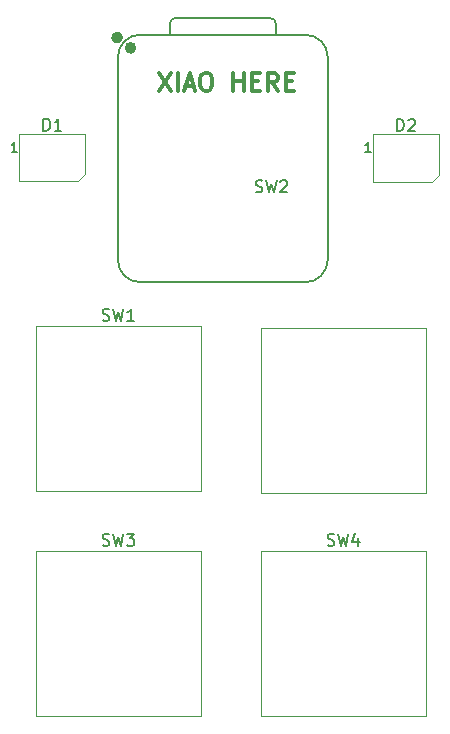
<source format=gbr>
%TF.GenerationSoftware,KiCad,Pcbnew,9.0.0*%
%TF.CreationDate,2025-02-21T00:47:10+00:00*%
%TF.ProjectId,hackpadtrollface,6861636b-7061-4647-9472-6f6c6c666163,rev?*%
%TF.SameCoordinates,Original*%
%TF.FileFunction,Legend,Top*%
%TF.FilePolarity,Positive*%
%FSLAX46Y46*%
G04 Gerber Fmt 4.6, Leading zero omitted, Abs format (unit mm)*
G04 Created by KiCad (PCBNEW 9.0.0) date 2025-02-21 00:47:10*
%MOMM*%
%LPD*%
G01*
G04 APERTURE LIST*
%ADD10C,0.300000*%
%ADD11C,0.150000*%
%ADD12C,0.120000*%
%ADD13C,0.127000*%
%ADD14C,0.100000*%
%ADD15C,0.504000*%
G04 APERTURE END LIST*
D10*
X110611653Y-35900828D02*
X111611653Y-37400828D01*
X111611653Y-35900828D02*
X110611653Y-37400828D01*
X112183081Y-37400828D02*
X112183081Y-35900828D01*
X112825939Y-36972257D02*
X113540225Y-36972257D01*
X112683082Y-37400828D02*
X113183082Y-35900828D01*
X113183082Y-35900828D02*
X113683082Y-37400828D01*
X114468796Y-35900828D02*
X114754510Y-35900828D01*
X114754510Y-35900828D02*
X114897367Y-35972257D01*
X114897367Y-35972257D02*
X115040224Y-36115114D01*
X115040224Y-36115114D02*
X115111653Y-36400828D01*
X115111653Y-36400828D02*
X115111653Y-36900828D01*
X115111653Y-36900828D02*
X115040224Y-37186542D01*
X115040224Y-37186542D02*
X114897367Y-37329400D01*
X114897367Y-37329400D02*
X114754510Y-37400828D01*
X114754510Y-37400828D02*
X114468796Y-37400828D01*
X114468796Y-37400828D02*
X114325939Y-37329400D01*
X114325939Y-37329400D02*
X114183081Y-37186542D01*
X114183081Y-37186542D02*
X114111653Y-36900828D01*
X114111653Y-36900828D02*
X114111653Y-36400828D01*
X114111653Y-36400828D02*
X114183081Y-36115114D01*
X114183081Y-36115114D02*
X114325939Y-35972257D01*
X114325939Y-35972257D02*
X114468796Y-35900828D01*
X116897367Y-37400828D02*
X116897367Y-35900828D01*
X116897367Y-36615114D02*
X117754510Y-36615114D01*
X117754510Y-37400828D02*
X117754510Y-35900828D01*
X118468796Y-36615114D02*
X118968796Y-36615114D01*
X119183082Y-37400828D02*
X118468796Y-37400828D01*
X118468796Y-37400828D02*
X118468796Y-35900828D01*
X118468796Y-35900828D02*
X119183082Y-35900828D01*
X120683082Y-37400828D02*
X120183082Y-36686542D01*
X119825939Y-37400828D02*
X119825939Y-35900828D01*
X119825939Y-35900828D02*
X120397368Y-35900828D01*
X120397368Y-35900828D02*
X120540225Y-35972257D01*
X120540225Y-35972257D02*
X120611654Y-36043685D01*
X120611654Y-36043685D02*
X120683082Y-36186542D01*
X120683082Y-36186542D02*
X120683082Y-36400828D01*
X120683082Y-36400828D02*
X120611654Y-36543685D01*
X120611654Y-36543685D02*
X120540225Y-36615114D01*
X120540225Y-36615114D02*
X120397368Y-36686542D01*
X120397368Y-36686542D02*
X119825939Y-36686542D01*
X121325939Y-36615114D02*
X121825939Y-36615114D01*
X122040225Y-37400828D02*
X121325939Y-37400828D01*
X121325939Y-37400828D02*
X121325939Y-35900828D01*
X121325939Y-35900828D02*
X122040225Y-35900828D01*
D11*
X118791417Y-45952700D02*
X118934274Y-46000319D01*
X118934274Y-46000319D02*
X119172369Y-46000319D01*
X119172369Y-46000319D02*
X119267607Y-45952700D01*
X119267607Y-45952700D02*
X119315226Y-45905080D01*
X119315226Y-45905080D02*
X119362845Y-45809842D01*
X119362845Y-45809842D02*
X119362845Y-45714604D01*
X119362845Y-45714604D02*
X119315226Y-45619366D01*
X119315226Y-45619366D02*
X119267607Y-45571747D01*
X119267607Y-45571747D02*
X119172369Y-45524128D01*
X119172369Y-45524128D02*
X118981893Y-45476509D01*
X118981893Y-45476509D02*
X118886655Y-45428890D01*
X118886655Y-45428890D02*
X118839036Y-45381271D01*
X118839036Y-45381271D02*
X118791417Y-45286033D01*
X118791417Y-45286033D02*
X118791417Y-45190795D01*
X118791417Y-45190795D02*
X118839036Y-45095557D01*
X118839036Y-45095557D02*
X118886655Y-45047938D01*
X118886655Y-45047938D02*
X118981893Y-45000319D01*
X118981893Y-45000319D02*
X119219988Y-45000319D01*
X119219988Y-45000319D02*
X119362845Y-45047938D01*
X119696179Y-45000319D02*
X119934274Y-46000319D01*
X119934274Y-46000319D02*
X120124750Y-45286033D01*
X120124750Y-45286033D02*
X120315226Y-46000319D01*
X120315226Y-46000319D02*
X120553322Y-45000319D01*
X120886655Y-45095557D02*
X120934274Y-45047938D01*
X120934274Y-45047938D02*
X121029512Y-45000319D01*
X121029512Y-45000319D02*
X121267607Y-45000319D01*
X121267607Y-45000319D02*
X121362845Y-45047938D01*
X121362845Y-45047938D02*
X121410464Y-45095557D01*
X121410464Y-45095557D02*
X121458083Y-45190795D01*
X121458083Y-45190795D02*
X121458083Y-45286033D01*
X121458083Y-45286033D02*
X121410464Y-45428890D01*
X121410464Y-45428890D02*
X120839036Y-46000319D01*
X120839036Y-46000319D02*
X121458083Y-46000319D01*
X105822917Y-75876950D02*
X105965774Y-75924569D01*
X105965774Y-75924569D02*
X106203869Y-75924569D01*
X106203869Y-75924569D02*
X106299107Y-75876950D01*
X106299107Y-75876950D02*
X106346726Y-75829330D01*
X106346726Y-75829330D02*
X106394345Y-75734092D01*
X106394345Y-75734092D02*
X106394345Y-75638854D01*
X106394345Y-75638854D02*
X106346726Y-75543616D01*
X106346726Y-75543616D02*
X106299107Y-75495997D01*
X106299107Y-75495997D02*
X106203869Y-75448378D01*
X106203869Y-75448378D02*
X106013393Y-75400759D01*
X106013393Y-75400759D02*
X105918155Y-75353140D01*
X105918155Y-75353140D02*
X105870536Y-75305521D01*
X105870536Y-75305521D02*
X105822917Y-75210283D01*
X105822917Y-75210283D02*
X105822917Y-75115045D01*
X105822917Y-75115045D02*
X105870536Y-75019807D01*
X105870536Y-75019807D02*
X105918155Y-74972188D01*
X105918155Y-74972188D02*
X106013393Y-74924569D01*
X106013393Y-74924569D02*
X106251488Y-74924569D01*
X106251488Y-74924569D02*
X106394345Y-74972188D01*
X106727679Y-74924569D02*
X106965774Y-75924569D01*
X106965774Y-75924569D02*
X107156250Y-75210283D01*
X107156250Y-75210283D02*
X107346726Y-75924569D01*
X107346726Y-75924569D02*
X107584822Y-74924569D01*
X107870536Y-74924569D02*
X108489583Y-74924569D01*
X108489583Y-74924569D02*
X108156250Y-75305521D01*
X108156250Y-75305521D02*
X108299107Y-75305521D01*
X108299107Y-75305521D02*
X108394345Y-75353140D01*
X108394345Y-75353140D02*
X108441964Y-75400759D01*
X108441964Y-75400759D02*
X108489583Y-75495997D01*
X108489583Y-75495997D02*
X108489583Y-75734092D01*
X108489583Y-75734092D02*
X108441964Y-75829330D01*
X108441964Y-75829330D02*
X108394345Y-75876950D01*
X108394345Y-75876950D02*
X108299107Y-75924569D01*
X108299107Y-75924569D02*
X108013393Y-75924569D01*
X108013393Y-75924569D02*
X107918155Y-75876950D01*
X107918155Y-75876950D02*
X107870536Y-75829330D01*
X100811905Y-40779819D02*
X100811905Y-39779819D01*
X100811905Y-39779819D02*
X101050000Y-39779819D01*
X101050000Y-39779819D02*
X101192857Y-39827438D01*
X101192857Y-39827438D02*
X101288095Y-39922676D01*
X101288095Y-39922676D02*
X101335714Y-40017914D01*
X101335714Y-40017914D02*
X101383333Y-40208390D01*
X101383333Y-40208390D02*
X101383333Y-40351247D01*
X101383333Y-40351247D02*
X101335714Y-40541723D01*
X101335714Y-40541723D02*
X101288095Y-40636961D01*
X101288095Y-40636961D02*
X101192857Y-40732200D01*
X101192857Y-40732200D02*
X101050000Y-40779819D01*
X101050000Y-40779819D02*
X100811905Y-40779819D01*
X102335714Y-40779819D02*
X101764286Y-40779819D01*
X102050000Y-40779819D02*
X102050000Y-39779819D01*
X102050000Y-39779819D02*
X101954762Y-39922676D01*
X101954762Y-39922676D02*
X101859524Y-40017914D01*
X101859524Y-40017914D02*
X101764286Y-40065533D01*
X98578571Y-42562295D02*
X98121428Y-42562295D01*
X98350000Y-42562295D02*
X98350000Y-41762295D01*
X98350000Y-41762295D02*
X98273809Y-41876580D01*
X98273809Y-41876580D02*
X98197619Y-41952771D01*
X98197619Y-41952771D02*
X98121428Y-41990866D01*
X124872917Y-75876950D02*
X125015774Y-75924569D01*
X125015774Y-75924569D02*
X125253869Y-75924569D01*
X125253869Y-75924569D02*
X125349107Y-75876950D01*
X125349107Y-75876950D02*
X125396726Y-75829330D01*
X125396726Y-75829330D02*
X125444345Y-75734092D01*
X125444345Y-75734092D02*
X125444345Y-75638854D01*
X125444345Y-75638854D02*
X125396726Y-75543616D01*
X125396726Y-75543616D02*
X125349107Y-75495997D01*
X125349107Y-75495997D02*
X125253869Y-75448378D01*
X125253869Y-75448378D02*
X125063393Y-75400759D01*
X125063393Y-75400759D02*
X124968155Y-75353140D01*
X124968155Y-75353140D02*
X124920536Y-75305521D01*
X124920536Y-75305521D02*
X124872917Y-75210283D01*
X124872917Y-75210283D02*
X124872917Y-75115045D01*
X124872917Y-75115045D02*
X124920536Y-75019807D01*
X124920536Y-75019807D02*
X124968155Y-74972188D01*
X124968155Y-74972188D02*
X125063393Y-74924569D01*
X125063393Y-74924569D02*
X125301488Y-74924569D01*
X125301488Y-74924569D02*
X125444345Y-74972188D01*
X125777679Y-74924569D02*
X126015774Y-75924569D01*
X126015774Y-75924569D02*
X126206250Y-75210283D01*
X126206250Y-75210283D02*
X126396726Y-75924569D01*
X126396726Y-75924569D02*
X126634822Y-74924569D01*
X127444345Y-75257902D02*
X127444345Y-75924569D01*
X127206250Y-74876950D02*
X126968155Y-75591235D01*
X126968155Y-75591235D02*
X127587202Y-75591235D01*
X130761905Y-40804819D02*
X130761905Y-39804819D01*
X130761905Y-39804819D02*
X131000000Y-39804819D01*
X131000000Y-39804819D02*
X131142857Y-39852438D01*
X131142857Y-39852438D02*
X131238095Y-39947676D01*
X131238095Y-39947676D02*
X131285714Y-40042914D01*
X131285714Y-40042914D02*
X131333333Y-40233390D01*
X131333333Y-40233390D02*
X131333333Y-40376247D01*
X131333333Y-40376247D02*
X131285714Y-40566723D01*
X131285714Y-40566723D02*
X131238095Y-40661961D01*
X131238095Y-40661961D02*
X131142857Y-40757200D01*
X131142857Y-40757200D02*
X131000000Y-40804819D01*
X131000000Y-40804819D02*
X130761905Y-40804819D01*
X131714286Y-39900057D02*
X131761905Y-39852438D01*
X131761905Y-39852438D02*
X131857143Y-39804819D01*
X131857143Y-39804819D02*
X132095238Y-39804819D01*
X132095238Y-39804819D02*
X132190476Y-39852438D01*
X132190476Y-39852438D02*
X132238095Y-39900057D01*
X132238095Y-39900057D02*
X132285714Y-39995295D01*
X132285714Y-39995295D02*
X132285714Y-40090533D01*
X132285714Y-40090533D02*
X132238095Y-40233390D01*
X132238095Y-40233390D02*
X131666667Y-40804819D01*
X131666667Y-40804819D02*
X132285714Y-40804819D01*
X128528571Y-42587295D02*
X128071428Y-42587295D01*
X128300000Y-42587295D02*
X128300000Y-41787295D01*
X128300000Y-41787295D02*
X128223809Y-41901580D01*
X128223809Y-41901580D02*
X128147619Y-41977771D01*
X128147619Y-41977771D02*
X128071428Y-42015866D01*
X105822917Y-56826950D02*
X105965774Y-56874569D01*
X105965774Y-56874569D02*
X106203869Y-56874569D01*
X106203869Y-56874569D02*
X106299107Y-56826950D01*
X106299107Y-56826950D02*
X106346726Y-56779330D01*
X106346726Y-56779330D02*
X106394345Y-56684092D01*
X106394345Y-56684092D02*
X106394345Y-56588854D01*
X106394345Y-56588854D02*
X106346726Y-56493616D01*
X106346726Y-56493616D02*
X106299107Y-56445997D01*
X106299107Y-56445997D02*
X106203869Y-56398378D01*
X106203869Y-56398378D02*
X106013393Y-56350759D01*
X106013393Y-56350759D02*
X105918155Y-56303140D01*
X105918155Y-56303140D02*
X105870536Y-56255521D01*
X105870536Y-56255521D02*
X105822917Y-56160283D01*
X105822917Y-56160283D02*
X105822917Y-56065045D01*
X105822917Y-56065045D02*
X105870536Y-55969807D01*
X105870536Y-55969807D02*
X105918155Y-55922188D01*
X105918155Y-55922188D02*
X106013393Y-55874569D01*
X106013393Y-55874569D02*
X106251488Y-55874569D01*
X106251488Y-55874569D02*
X106394345Y-55922188D01*
X106727679Y-55874569D02*
X106965774Y-56874569D01*
X106965774Y-56874569D02*
X107156250Y-56160283D01*
X107156250Y-56160283D02*
X107346726Y-56874569D01*
X107346726Y-56874569D02*
X107584822Y-55874569D01*
X108489583Y-56874569D02*
X107918155Y-56874569D01*
X108203869Y-56874569D02*
X108203869Y-55874569D01*
X108203869Y-55874569D02*
X108108631Y-56017426D01*
X108108631Y-56017426D02*
X108013393Y-56112664D01*
X108013393Y-56112664D02*
X107918155Y-56160283D01*
D12*
%TO.C,SW2*%
X119221250Y-57467500D02*
X133191250Y-57467500D01*
X119221250Y-71437500D02*
X119221250Y-57467500D01*
X133191250Y-57467500D02*
X133191250Y-71437500D01*
X133191250Y-71437500D02*
X119221250Y-71437500D01*
%TO.C,SW3*%
X100171250Y-76358750D02*
X114141250Y-76358750D01*
X100171250Y-90328750D02*
X100171250Y-76358750D01*
X114141250Y-76358750D02*
X114141250Y-90328750D01*
X114141250Y-90328750D02*
X100171250Y-90328750D01*
%TO.C,D1*%
X98750000Y-41075000D02*
X98750000Y-45075000D01*
X98750000Y-41075000D02*
X104350000Y-41075000D01*
X98750000Y-45075000D02*
X103750000Y-45075000D01*
X104350000Y-44475000D02*
X103750000Y-45075000D01*
X104350000Y-44475000D02*
X104350000Y-41075000D01*
%TO.C,SW4*%
X119221250Y-76358750D02*
X133191250Y-76358750D01*
X119221250Y-90328750D02*
X119221250Y-76358750D01*
X133191250Y-76358750D02*
X133191250Y-90328750D01*
X133191250Y-90328750D02*
X119221250Y-90328750D01*
%TO.C,D2*%
X128700000Y-41100000D02*
X128700000Y-45100000D01*
X128700000Y-41100000D02*
X134300000Y-41100000D01*
X128700000Y-45100000D02*
X133700000Y-45100000D01*
X134300000Y-44500000D02*
X133700000Y-45100000D01*
X134300000Y-44500000D02*
X134300000Y-41100000D01*
D13*
%TO.C,U1*%
X107110000Y-51709000D02*
X107110000Y-34564000D01*
X109015000Y-53614000D02*
X122985000Y-53614000D01*
X111505000Y-32659000D02*
X111508728Y-31748728D01*
X112008728Y-31249000D02*
X120004000Y-31249000D01*
X120504000Y-31749000D02*
X120504000Y-32659000D01*
D14*
X122985000Y-32659000D02*
X109015000Y-32659000D01*
D13*
X122985000Y-32659000D02*
X109015000Y-32659000D01*
X124890000Y-51709000D02*
X124890000Y-34564000D01*
X107110000Y-34564000D02*
G75*
G02*
X109015000Y-32659000I1905001J-1D01*
G01*
X109015000Y-53614000D02*
G75*
G02*
X107110000Y-51709000I1J1905001D01*
G01*
X111508728Y-31748728D02*
G75*
G02*
X112008728Y-31249001I500018J-291D01*
G01*
X120004000Y-31249000D02*
G75*
G02*
X120504000Y-31749000I0J-500000D01*
G01*
X122985000Y-32659000D02*
G75*
G02*
X124890000Y-34564000I0J-1905000D01*
G01*
X124890000Y-51709000D02*
G75*
G02*
X122985000Y-53614000I-1905000J0D01*
G01*
D15*
X107302000Y-32900000D02*
G75*
G02*
X106798000Y-32900000I-252000J0D01*
G01*
X106798000Y-32900000D02*
G75*
G02*
X107302000Y-32900000I252000J0D01*
G01*
X108445000Y-33780000D02*
G75*
G02*
X107941000Y-33780000I-252000J0D01*
G01*
X107941000Y-33780000D02*
G75*
G02*
X108445000Y-33780000I252000J0D01*
G01*
D12*
%TO.C,SW1*%
X100171250Y-57308750D02*
X114141250Y-57308750D01*
X100171250Y-71278750D02*
X100171250Y-57308750D01*
X114141250Y-57308750D02*
X114141250Y-71278750D01*
X114141250Y-71278750D02*
X100171250Y-71278750D01*
%TD*%
M02*

</source>
